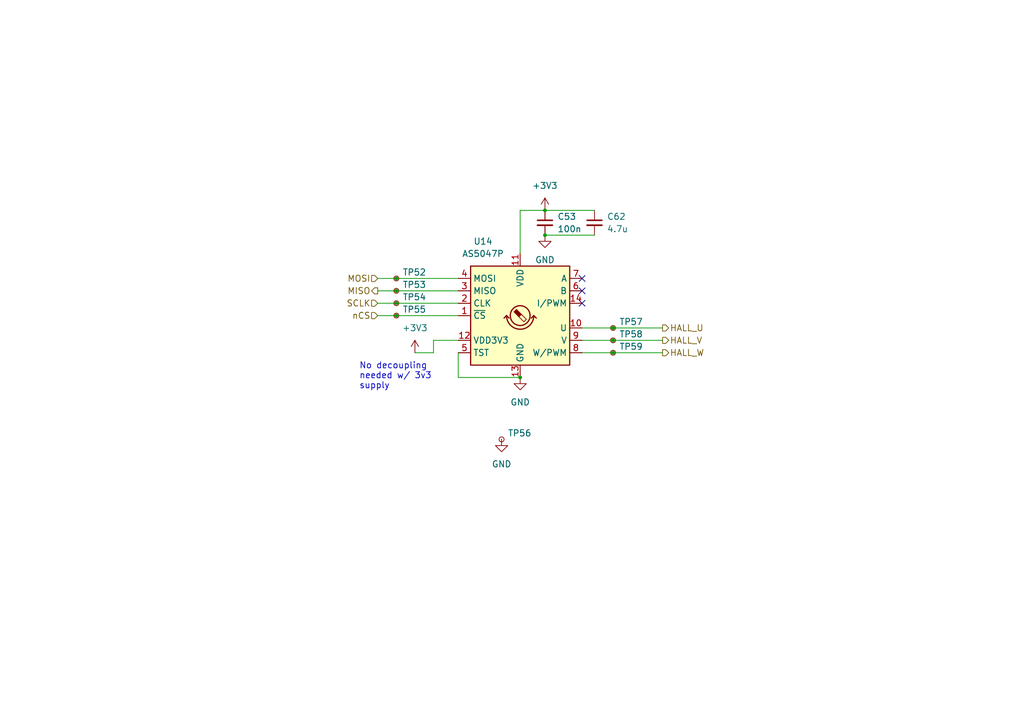
<source format=kicad_sch>
(kicad_sch (version 20220102) (generator eeschema)
  (paper "A5")
  (lib_symbols
    (symbol "Connector:TestPoint_Small" (pin_numbers hide) (pin_names (offset 0.762) hide)
      (property "Reference" "TP" (at 0 3.81 0))
      (property "Value" "TestPoint_Small" (at 0 2.032 0))
      (symbol "TestPoint_Small_0_1"
        (circle (center 0 0) (radius 0.508))
      )
      (symbol "TestPoint_Small_1_1"
        (pin passive line (at 0 0 90) (length 0) (name "1") (number "1"))
      )
    )
    (symbol "Device:C_Small" (pin_numbers hide) (pin_names (offset 0.254) hide)
      (property "Reference" "C" (at 0.254 1.778 0))
      (property "Value" "C_Small" (at 0.254 -2.032 0))
      (symbol "C_Small_0_1"
        (polyline (pts (xy -1.524 -0.508) (xy 1.524 -0.508)) (stroke (width 0.3302)))
        (polyline (pts (xy -1.524 0.508) (xy 1.524 0.508)) (stroke (width 0.3048)))
      )
      (symbol "C_Small_1_1"
        (pin passive line (at 0 2.54 270) (length 2.032) (name "~") (number "1"))
        (pin passive line (at 0 -2.54 90) (length 2.032) (name "~") (number "2"))
      )
    )
    (symbol "Sensor_Magnetic:AS5047D"
      (property "Reference" "U" (at -8.89 11.43 0))
      (property "Value" "AS5047D" (at 5.08 11.43 0))
      (symbol "AS5047D_1_1"
        (rectangle (start -10.16 10.16) (end 10.16 -10.16) (stroke (width 0.254)) (fill (type background)))
        (arc (start -2.794 0) (mid 0 -2.794) (end 2.794 0) (stroke (width 0.254)))
        (polyline (pts (xy -2.794 0) (xy -3.302 -0.508)) (stroke (width 0.254)))
        (polyline (pts (xy -2.794 0) (xy -2.286 -0.508)) (stroke (width 0.254)))
        (polyline (pts (xy 2.794 0) (xy 2.286 -0.508)) (stroke (width 0.254)))
        (polyline (pts (xy 2.794 0) (xy 3.302 -0.508)) (stroke (width 0.254)))
        (polyline (pts (xy 0.254 0.254) (xy 1.27 -0.762) (xy 0.762 -1.27) (xy -0.254 -0.254)))
        (polyline (pts (xy -0.762 1.27) (xy 0.254 0.254) (xy -0.254 -0.254) (xy -1.27 0.762) (xy -1.016 1.016) (xy -0.762 1.27) (xy -0.635 1.143)) (fill (type outline)))
        (circle (center 0 0) (radius 2.032) (stroke (width 0.254)))
        (pin input line (at -12.7 0 0) (length 2.54) (name "~{CS}") (number "1"))
        (pin output line (at 12.7 -2.54 180) (length 2.54) (name "U") (number "10"))
        (pin power_in line (at 0 12.7 270) (length 2.54) (name "VDD") (number "11"))
        (pin power_out line (at -12.7 -5.08 0) (length 2.54) (name "VDD3V3") (number "12"))
        (pin power_in line (at 0 -12.7 90) (length 2.54) (name "GND") (number "13"))
        (pin output line (at 12.7 2.54 180) (length 2.54) (name "I/PWM") (number "14"))
        (pin input line (at -12.7 2.54 0) (length 2.54) (name "CLK") (number "2"))
        (pin output line (at -12.7 5.08 0) (length 2.54) (name "MISO") (number "3"))
        (pin input line (at -12.7 7.62 0) (length 2.54) (name "MOSI") (number "4"))
        (pin input line (at -12.7 -7.62 0) (length 2.54) (name "TST") (number "5"))
        (pin output line (at 12.7 5.08 180) (length 2.54) (name "B") (number "6"))
        (pin output line (at 12.7 7.62 180) (length 2.54) (name "A") (number "7"))
        (pin output line (at 12.7 -7.62 180) (length 2.54) (name "W/PWM") (number "8"))
        (pin output line (at 12.7 -5.08 180) (length 2.54) (name "V") (number "9"))
      )
    )
    (symbol "power:+3V3" (power) (pin_names (offset 0))
      (property "Value" "+3V3" (at 0 3.556 0))
      (symbol "+3V3_0_1"
        (polyline (pts (xy -0.762 1.27) (xy 0 2.54)))
        (polyline (pts (xy 0 0) (xy 0 2.54)))
        (polyline (pts (xy 0 2.54) (xy 0.762 1.27)))
      )
      (symbol "+3V3_1_1"
        (pin power_in line (at 0 0 90) (length 0) hide (name "+3V3") (number "1"))
      )
    )
    (symbol "power:GND" (power) (pin_names (offset 0))
      (property "Value" "GND" (at 0 -3.81 0))
      (symbol "GND_0_1"
        (polyline (pts (xy 0 0) (xy 0 -1.27) (xy 1.27 -1.27) (xy 0 -2.54) (xy -1.27 -1.27) (xy 0 -1.27)))
      )
      (symbol "GND_1_1"
        (pin power_in line (at 0 0 270) (length 0) hide (name "GND") (number "1"))
      )
    )
  )
  (junction (at 81.28 62.23) (diameter 0.6096))
  (junction (at 125.73 69.85) (diameter 0.6096))
  (junction (at 111.76 43.18) (diameter 0.6096))
  (junction (at 106.68 77.47) (diameter 0.6096))
  (junction (at 81.28 57.15) (diameter 0.6096))
  (junction (at 111.76 48.26) (diameter 0.6096))
  (junction (at 125.73 72.39) (diameter 0.6096))
  (junction (at 81.28 64.77) (diameter 0.6096))
  (junction (at 81.28 59.69) (diameter 0.6096))
  (junction (at 125.73 67.31) (diameter 0.6096))
  (no_connect (at 119.38 57.15))
  (no_connect (at 119.38 59.69))
  (no_connect (at 119.38 62.23))
  (wire (pts (xy 93.98 77.47) (xy 93.98 72.39)))
  (wire (pts (xy 106.68 77.47) (xy 93.98 77.47)))
  (wire (pts (xy 77.47 57.15) (xy 81.28 57.15)))
  (wire (pts (xy 81.28 57.15) (xy 93.98 57.15)))
  (wire (pts (xy 119.38 69.85) (xy 125.73 69.85)))
  (wire (pts (xy 125.73 69.85) (xy 135.89 69.85)))
  (wire (pts (xy 111.76 48.26) (xy 121.92 48.26)))
  (wire (pts (xy 106.68 43.18) (xy 106.68 52.07)))
  (wire (pts (xy 77.47 59.69) (xy 81.28 59.69)))
  (wire (pts (xy 81.28 59.69) (xy 93.98 59.69)))
  (wire (pts (xy 111.76 43.18) (xy 121.92 43.18)))
  (wire (pts (xy 119.38 72.39) (xy 125.73 72.39)))
  (wire (pts (xy 125.73 72.39) (xy 135.89 72.39)))
  (wire (pts (xy 77.47 64.77) (xy 81.28 64.77)))
  (wire (pts (xy 81.28 64.77) (xy 93.98 64.77)))
  (wire (pts (xy 119.38 67.31) (xy 125.73 67.31)))
  (wire (pts (xy 125.73 67.31) (xy 135.89 67.31)))
  (wire (pts (xy 77.47 62.23) (xy 81.28 62.23)))
  (wire (pts (xy 81.28 62.23) (xy 93.98 62.23)))
  (wire (pts (xy 106.68 43.18) (xy 111.76 43.18)))
  (wire (pts (xy 85.09 72.39) (xy 88.9 72.39)))
  (wire (pts (xy 88.9 69.85) (xy 93.98 69.85)))
  (wire (pts (xy 88.9 72.39) (xy 88.9 69.85)))
  (text "No decoupling\nneeded w/ 3v3\nsupply" (at 73.66 80.01 0) (effects (font (size 1.27 1.27)) (justify left bottom)))
  (hierarchical_label "HALL_U" (shape output) (at 135.89 67.31 0))
  (hierarchical_label "MOSI" (shape input) (at 77.47 57.15 180))
  (hierarchical_label "HALL_W" (shape output) (at 135.89 72.39 0))
  (hierarchical_label "nCS" (shape input) (at 77.47 64.77 180))
  (hierarchical_label "HALL_V" (shape output) (at 135.89 69.85 0))
  (hierarchical_label "MISO" (shape output) (at 77.47 59.69 180))
  (hierarchical_label "SCLK" (shape input) (at 77.47 62.23 180))
  (symbol (lib_id "Connector:TestPoint_Small") (at 125.73 67.31 0) (unit 1)
    (property "Reference" "TP57" (at 127 66.0399 0) (effects (justify left)))
    (property "Value" "TestPoint" (effects hide))
    (property "Footprint" "project:TestPoint_Keystone_5019_Minature-3DMODEL" (effects hide))
  )
  (symbol (lib_id "power:+3V3") (at 111.76 43.18 0) (unit 1)
    (property "Reference" "#PWR0191" (effects hide))
    (property "Value" "+3V3" (at 111.76 38.1 0))
  )
  (symbol (lib_id "power:GND") (at 106.68 77.47 0) (unit 1)
    (property "Reference" "#PWR0194" (effects hide))
    (property "Value" "GND" (at 106.68 82.55 0))
  )
  (symbol (lib_id "Sensor_Magnetic:AS5047D") (at 106.68 64.77 0) (unit 1)
    (property "Reference" "U14" (at 99.06 49.53 0))
    (property "Value" "AS5047P" (at 99.06 52.07 0))
    (property "Footprint" "Package_SO:TSSOP-14_4.4x5mm_P0.65mm" (effects hide))
    (property "Datasheet" "https://ams.com/documents/20143/36005/AS5047D_DS000394_2-00.pdf" (effects hide))
  )
  (symbol (lib_id "power:GND") (at 102.87 90.17 0) (unit 1)
    (property "Reference" "#PWR0252" (effects hide))
    (property "Value" "GND" (at 102.87 95.25 0))
  )
  (symbol (lib_id "power:GND") (at 111.76 48.26 0) (unit 1)
    (property "Reference" "#PWR0195" (effects hide))
    (property "Value" "GND" (at 111.76 53.34 0))
  )
  (symbol (lib_id "power:+3V3") (at 85.09 72.39 0) (unit 1)
    (property "Reference" "#PWR0193" (effects hide))
    (property "Value" "+3V3" (at 85.09 67.31 0))
  )
  (symbol (lib_id "Connector:TestPoint_Small") (at 81.28 62.23 0) (unit 1)
    (property "Reference" "TP54" (at 82.55 60.9599 0) (effects (justify left)))
    (property "Value" "TestPoint" (effects hide))
    (property "Footprint" "project:TestPoint_Keystone_5019_Minature-3DMODEL" (effects hide))
  )
  (symbol (lib_id "Connector:TestPoint_Small") (at 81.28 59.69 0) (unit 1)
    (property "Reference" "TP53" (at 82.55 58.4199 0) (effects (justify left)))
    (property "Value" "TestPoint" (effects hide))
    (property "Footprint" "project:TestPoint_Keystone_5019_Minature-3DMODEL" (effects hide))
  )
  (symbol (lib_id "Device:C_Small") (at 121.92 45.72 0) (unit 1)
    (property "Reference" "C62" (at 124.46 44.4499 0) (effects (justify left)))
    (property "Value" "4.7u" (at 124.46 46.9899 0) (effects (justify left)))
    (property "Footprint" "Capacitor_SMD:C_0603_1608Metric" (effects hide))
  )
  (symbol (lib_id "Device:C_Small") (at 111.76 45.72 0) (unit 1)
    (property "Reference" "C53" (at 114.3 44.4499 0) (effects (justify left)))
    (property "Value" "100n" (at 114.3 46.9899 0) (effects (justify left)))
    (property "Footprint" "Capacitor_SMD:C_0603_1608Metric" (effects hide))
  )
  (symbol (lib_id "Connector:TestPoint_Small") (at 125.73 72.39 0) (unit 1)
    (property "Reference" "TP59" (at 127 71.1199 0) (effects (justify left)))
    (property "Value" "TestPoint" (effects hide))
    (property "Footprint" "project:TestPoint_Keystone_5019_Minature-3DMODEL" (effects hide))
  )
  (symbol (lib_id "Connector:TestPoint_Small") (at 125.73 69.85 0) (unit 1)
    (property "Reference" "TP58" (at 127 68.5799 0) (effects (justify left)))
    (property "Value" "TestPoint" (effects hide))
    (property "Footprint" "project:TestPoint_Keystone_5019_Minature-3DMODEL" (effects hide))
  )
  (symbol (lib_id "Connector:TestPoint_Small") (at 102.87 90.17 0) (unit 1)
    (property "Reference" "TP56" (at 104.14 88.8999 0) (effects (justify left)))
    (property "Value" "TestPoint" (effects hide))
    (property "Footprint" "project:TestPoint_Keystone_5019_Minature-3DMODEL" (effects hide))
  )
  (symbol (lib_id "Connector:TestPoint_Small") (at 81.28 57.15 0) (unit 1)
    (property "Reference" "TP52" (at 82.55 55.8799 0) (effects (justify left)))
    (property "Value" "TestPoint" (effects hide))
    (property "Footprint" "project:TestPoint_Keystone_5019_Minature-3DMODEL" (effects hide))
  )
  (symbol (lib_id "Connector:TestPoint_Small") (at 81.28 64.77 0) (unit 1)
    (property "Reference" "TP55" (at 82.55 63.4999 0) (effects (justify left)))
    (property "Value" "TestPoint" (effects hide))
    (property "Footprint" "project:TestPoint_Keystone_5019_Minature-3DMODEL" (effects hide))
  )
)
</source>
